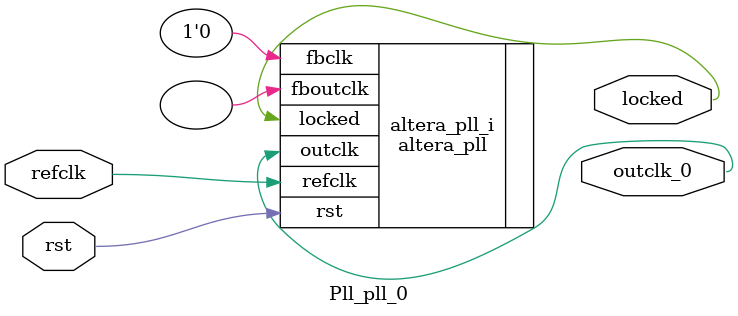
<source format=v>
`timescale 1ns/10ps
module  Pll_pll_0(

	// interface 'refclk'
	input wire refclk,

	// interface 'reset'
	input wire rst,

	// interface 'outclk0'
	output wire outclk_0,

	// interface 'locked'
	output wire locked
);

	altera_pll #(
		.fractional_vco_multiplier("false"),
		.reference_clock_frequency("50.0 MHz"),
		.operation_mode("direct"),
		.number_of_clocks(1),
		.output_clock_frequency0("25.000000 MHz"),
		.phase_shift0("0 ps"),
		.duty_cycle0(50),
		.output_clock_frequency1("0 MHz"),
		.phase_shift1("0 ps"),
		.duty_cycle1(50),
		.output_clock_frequency2("0 MHz"),
		.phase_shift2("0 ps"),
		.duty_cycle2(50),
		.output_clock_frequency3("0 MHz"),
		.phase_shift3("0 ps"),
		.duty_cycle3(50),
		.output_clock_frequency4("0 MHz"),
		.phase_shift4("0 ps"),
		.duty_cycle4(50),
		.output_clock_frequency5("0 MHz"),
		.phase_shift5("0 ps"),
		.duty_cycle5(50),
		.output_clock_frequency6("0 MHz"),
		.phase_shift6("0 ps"),
		.duty_cycle6(50),
		.output_clock_frequency7("0 MHz"),
		.phase_shift7("0 ps"),
		.duty_cycle7(50),
		.output_clock_frequency8("0 MHz"),
		.phase_shift8("0 ps"),
		.duty_cycle8(50),
		.output_clock_frequency9("0 MHz"),
		.phase_shift9("0 ps"),
		.duty_cycle9(50),
		.output_clock_frequency10("0 MHz"),
		.phase_shift10("0 ps"),
		.duty_cycle10(50),
		.output_clock_frequency11("0 MHz"),
		.phase_shift11("0 ps"),
		.duty_cycle11(50),
		.output_clock_frequency12("0 MHz"),
		.phase_shift12("0 ps"),
		.duty_cycle12(50),
		.output_clock_frequency13("0 MHz"),
		.phase_shift13("0 ps"),
		.duty_cycle13(50),
		.output_clock_frequency14("0 MHz"),
		.phase_shift14("0 ps"),
		.duty_cycle14(50),
		.output_clock_frequency15("0 MHz"),
		.phase_shift15("0 ps"),
		.duty_cycle15(50),
		.output_clock_frequency16("0 MHz"),
		.phase_shift16("0 ps"),
		.duty_cycle16(50),
		.output_clock_frequency17("0 MHz"),
		.phase_shift17("0 ps"),
		.duty_cycle17(50),
		.pll_type("General"),
		.pll_subtype("General")
	) altera_pll_i (
		.rst	(rst),
		.outclk	({outclk_0}),
		.locked	(locked),
		.fboutclk	( ),
		.fbclk	(1'b0),
		.refclk	(refclk)
	);
endmodule


</source>
